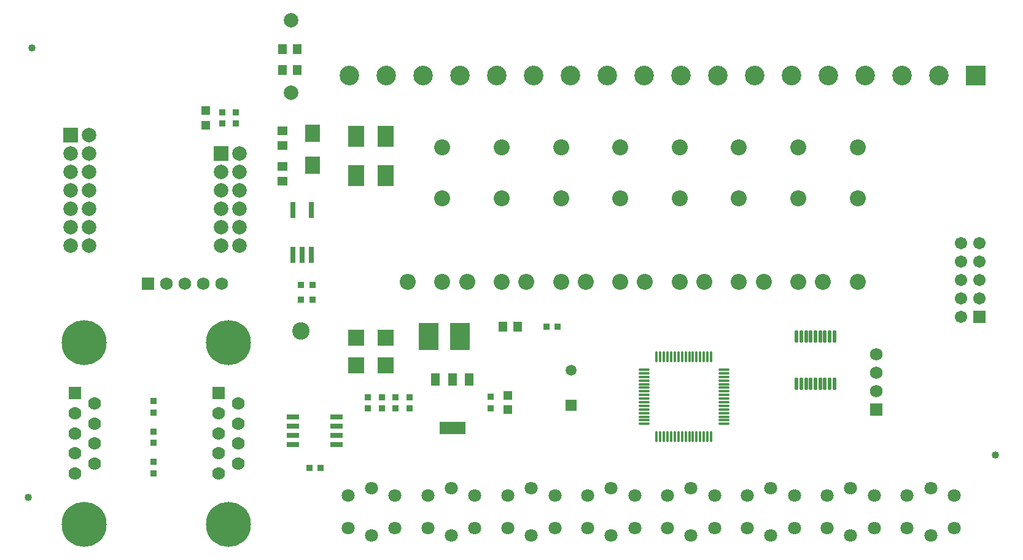
<source format=gts>
%FSTAX23Y23*%
%MOIN*%
%SFA1B1*%

%IPPOS*%
%ADD50O,0.019810X0.070990*%
%ADD51R,0.033000X0.038000*%
%ADD52O,0.013780X0.064960*%
%ADD53O,0.064960X0.013780*%
%ADD54R,0.078870X0.094610*%
%ADD55R,0.047370X0.055240*%
%ADD56R,0.051310X0.069020*%
%ADD57R,0.143830X0.069020*%
%ADD58R,0.051310X0.069020*%
%ADD59R,0.055240X0.047370*%
%ADD60R,0.038000X0.033000*%
%ADD61R,0.051310X0.047370*%
%ADD62R,0.106420X0.149730*%
%ADD63R,0.090680X0.114300*%
%ADD64R,0.090680X0.086740*%
%ADD65C,0.040000*%
%ADD66R,0.067060X0.028000*%
%ADD67C,0.094490*%
%ADD68R,0.031620X0.086740*%
%ADD69C,0.086740*%
%ADD70C,0.068000*%
%ADD71R,0.068000X0.068000*%
%ADD72R,0.068000X0.068000*%
%ADD73C,0.070990*%
%ADD74R,0.070000X0.070000*%
%ADD75C,0.070000*%
%ADD76C,0.244220*%
%ADD77C,0.078870*%
%ADD78R,0.059180X0.059180*%
%ADD79C,0.059180*%
%ADD80C,0.106420*%
%ADD81R,0.106420X0.106420*%
%ADD82R,0.078870X0.078870*%
%ADD83R,0.067060X0.067060*%
%ADD84C,0.067060*%
%LN8Â··ÖÇøµçÔ´¹ÜÀíÆ÷pcb-1*%
%LPD*%
G54D50*
X10262Y01282D03*
X10236D03*
X10211D03*
X10185D03*
X1016D03*
X10134D03*
X10108D03*
X10083D03*
X10057D03*
X10262Y01025D03*
X10236D03*
X10211D03*
X10185D03*
X1016D03*
X10134D03*
X10108D03*
X10083D03*
X10057D03*
G54D51*
X07412Y0057D03*
X07474D03*
X08699Y01335D03*
X08761D03*
X07428Y01562D03*
X07366D03*
X07428Y01482D03*
X07366D03*
G54D52*
X09297Y01172D03*
X09317D03*
X09337D03*
X09357D03*
X09376D03*
X09396D03*
X09416D03*
X09435D03*
X09455D03*
X09475D03*
X09494D03*
X09514D03*
X09534D03*
X09553D03*
X09573D03*
X09593D03*
Y00737D03*
X09573D03*
X09553D03*
X09534D03*
X09514D03*
X09494D03*
X09475D03*
X09455D03*
X09435D03*
X09416D03*
X09396D03*
X09376D03*
X09357D03*
X09337D03*
X09317D03*
X09297D03*
G54D53*
X09663Y01102D03*
Y01082D03*
Y01063D03*
Y01043D03*
Y01023D03*
Y01004D03*
Y00984D03*
Y00964D03*
Y00945D03*
Y00925D03*
Y00905D03*
Y00886D03*
Y00866D03*
Y00846D03*
Y00827D03*
Y00807D03*
X09228D03*
Y00827D03*
Y00846D03*
Y00866D03*
Y00886D03*
Y00905D03*
Y00925D03*
Y00945D03*
Y00964D03*
Y00984D03*
Y01004D03*
Y01023D03*
Y01043D03*
Y01063D03*
Y01082D03*
Y01102D03*
G54D54*
X07428Y02386D03*
Y02211D03*
G54D55*
X08544Y01335D03*
X08463D03*
X07266Y02727D03*
X07346D03*
Y02841D03*
X07266D03*
G54D56*
X08188Y01049D03*
X08097D03*
G54D57*
X08188Y00784D03*
G54D58*
X08278Y01049D03*
G54D59*
X07266Y02124D03*
Y02205D03*
X07265Y02318D03*
Y02399D03*
G54D60*
X06565Y00869D03*
Y00931D03*
Y00704D03*
Y00766D03*
Y00539D03*
Y00601D03*
X0773Y00891D03*
Y00953D03*
X07805Y00891D03*
Y00953D03*
X0788Y00891D03*
Y00953D03*
X07956Y00891D03*
Y00953D03*
X08397Y00955D03*
Y00893D03*
X07014Y025D03*
Y02438D03*
X06939D03*
Y025D03*
G54D61*
X08489Y00884D03*
Y00963D03*
X0685Y02429D03*
Y02508D03*
G54D62*
X08058Y01283D03*
X08231D03*
G54D63*
X07666Y02156D03*
Y0237D03*
X07825D03*
Y02156D03*
G54D64*
X07665Y01275D03*
Y01125D03*
X07825D03*
Y01275D03*
G54D65*
X05905Y0285D03*
X05885Y0041D03*
X11135Y0064D03*
G54D66*
X07561Y00694D03*
Y00744D03*
Y00794D03*
Y00844D03*
X07322Y00694D03*
Y00744D03*
Y00794D03*
Y00844D03*
G54D67*
X07367Y01313D03*
G54D68*
X07322Y01724D03*
X07372D03*
X07422D03*
X07322Y01967D03*
X07422D03*
G54D69*
X10389Y0158D03*
X10201D03*
X10389Y02033D03*
Y0231D03*
X10066Y0158D03*
X09878D03*
X10066Y02033D03*
Y0231D03*
X09744Y0158D03*
X09556D03*
X09744Y02033D03*
Y0231D03*
X09422Y0158D03*
X09234D03*
X09422Y02033D03*
Y0231D03*
X091Y0158D03*
X08912D03*
X091Y02033D03*
Y0231D03*
X08778Y0158D03*
X0859D03*
X08778Y02033D03*
Y0231D03*
X08456Y0158D03*
X08268D03*
X08456Y02033D03*
Y0231D03*
X08134Y0158D03*
X07946D03*
X08134Y02033D03*
Y0231D03*
G54D70*
X1049Y01185D03*
Y01085D03*
Y00985D03*
X06635Y0157D03*
X06735D03*
X06835D03*
X06935D03*
G54D71*
X1049Y00885D03*
G54D72*
X06535Y0157D03*
G54D73*
X10785Y00457D03*
Y00202D03*
X10912Y00418D03*
X10657Y00241D03*
Y00418D03*
X10912Y00241D03*
X10351Y00457D03*
Y00202D03*
X10479Y00418D03*
X10223Y00241D03*
Y00418D03*
X10479Y00241D03*
X09917Y00457D03*
Y00202D03*
X10045Y00418D03*
X09789Y00241D03*
Y00418D03*
X10045Y00241D03*
X09484Y00457D03*
Y00202D03*
X09612Y00418D03*
X09356Y00241D03*
Y00418D03*
X09612Y00241D03*
X0905Y00457D03*
Y00202D03*
X09178Y00418D03*
X08922Y00241D03*
Y00418D03*
X09178Y00241D03*
X08617Y00457D03*
Y00202D03*
X08745Y00418D03*
X08489Y00241D03*
Y00418D03*
X08745Y00241D03*
X08183Y00457D03*
Y00202D03*
X08311Y00418D03*
X08055Y00241D03*
Y00418D03*
X08311Y00241D03*
X0775Y00457D03*
Y00202D03*
X07877Y00418D03*
X07622Y00241D03*
Y00418D03*
X07877Y00241D03*
G54D74*
X06921Y00974D03*
X0614D03*
G54D75*
X07026Y00701D03*
Y0081D03*
Y00919D03*
Y00592D03*
X06921Y00647D03*
Y00538D03*
Y00756D03*
Y00865D03*
X06245Y00701D03*
Y0081D03*
Y00919D03*
Y00592D03*
X0614Y00647D03*
Y00538D03*
Y00756D03*
Y00865D03*
G54D76*
X06972Y01249D03*
Y00263D03*
X06191Y01249D03*
Y00263D03*
G54D77*
X07312Y02997D03*
Y02604D03*
X06217Y02375D03*
X06117Y02275D03*
X06217D03*
X06117Y02175D03*
X06217D03*
X06117Y02075D03*
X06217D03*
X06117Y01975D03*
X06217D03*
X06117Y01875D03*
X06217D03*
X06117Y01775D03*
X06217D03*
X07032Y02175D03*
X06932D03*
X07032Y02275D03*
X06932Y02075D03*
X07032D03*
X06932Y01975D03*
X07032D03*
X06932Y01875D03*
X07032D03*
X06932Y01775D03*
X07032D03*
G54D78*
X08834Y00907D03*
G54D79*
X08834Y011D03*
G54D80*
X0763Y027D03*
X0783D03*
X0803D03*
X0823D03*
X0843D03*
X0863D03*
X0883D03*
X0903D03*
X0923D03*
X0943D03*
X0963D03*
X0983D03*
X1003D03*
X1023D03*
X1043D03*
X1063D03*
X1083D03*
G54D81*
X1103Y027D03*
G54D82*
X06117Y02375D03*
X06932Y02275D03*
G54D83*
X1105Y0139D03*
G54D84*
X1095Y0139D03*
X1105Y0149D03*
X1095D03*
X1105Y0159D03*
X1095D03*
X1105Y0169D03*
X1095D03*
X1105Y0179D03*
X1095D03*
M02*
</source>
